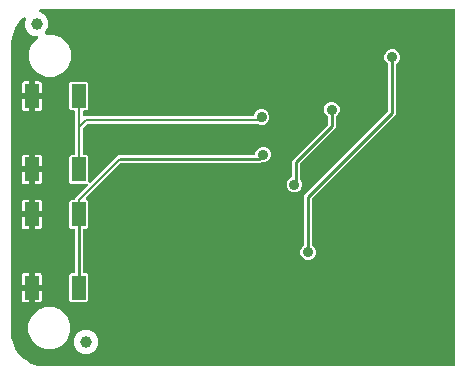
<source format=gbr>
G04 EAGLE Gerber RS-274X export*
G75*
%MOMM*%
%FSLAX34Y34*%
%LPD*%
%INTop Copper*%
%IPPOS*%
%AMOC8*
5,1,8,0,0,1.08239X$1,22.5*%
G01*
%ADD10C,1.000000*%
%ADD11R,1.200000X2.000000*%
%ADD12C,0.906400*%
%ADD13C,0.254000*%
%ADD14C,0.203200*%

G36*
X311308Y-20444D02*
X311308Y-20444D01*
X311427Y-20437D01*
X311465Y-20424D01*
X311506Y-20419D01*
X311616Y-20376D01*
X311729Y-20339D01*
X311764Y-20317D01*
X311801Y-20302D01*
X311897Y-20233D01*
X311998Y-20169D01*
X312026Y-20139D01*
X312059Y-20116D01*
X312135Y-20024D01*
X312216Y-19937D01*
X312236Y-19902D01*
X312261Y-19871D01*
X312312Y-19763D01*
X312370Y-19659D01*
X312380Y-19619D01*
X312397Y-19583D01*
X312419Y-19466D01*
X312449Y-19351D01*
X312453Y-19290D01*
X312457Y-19270D01*
X312455Y-19250D01*
X312459Y-19190D01*
X312459Y280530D01*
X312444Y280648D01*
X312437Y280767D01*
X312424Y280805D01*
X312419Y280846D01*
X312376Y280956D01*
X312339Y281069D01*
X312317Y281104D01*
X312302Y281141D01*
X312233Y281237D01*
X312169Y281338D01*
X312139Y281366D01*
X312116Y281399D01*
X312024Y281475D01*
X311937Y281556D01*
X311902Y281576D01*
X311871Y281601D01*
X311763Y281652D01*
X311659Y281710D01*
X311619Y281720D01*
X311583Y281737D01*
X311466Y281759D01*
X311351Y281789D01*
X311291Y281793D01*
X311271Y281797D01*
X311250Y281795D01*
X311190Y281799D01*
X-34250Y281799D01*
X-34272Y281797D01*
X-34350Y281795D01*
X-38642Y281458D01*
X-38736Y281438D01*
X-38832Y281428D01*
X-38891Y281406D01*
X-38953Y281393D01*
X-39040Y281351D01*
X-39130Y281317D01*
X-39182Y281281D01*
X-39239Y281253D01*
X-39312Y281191D01*
X-39391Y281136D01*
X-39433Y281088D01*
X-39481Y281047D01*
X-39536Y280968D01*
X-39599Y280895D01*
X-39627Y280838D01*
X-39664Y280787D01*
X-39698Y280697D01*
X-39741Y280611D01*
X-39754Y280548D01*
X-39776Y280489D01*
X-39787Y280394D01*
X-39807Y280299D01*
X-39804Y280236D01*
X-39811Y280173D01*
X-39798Y280078D01*
X-39794Y279982D01*
X-39776Y279921D01*
X-39767Y279858D01*
X-39730Y279769D01*
X-39702Y279677D01*
X-39670Y279623D01*
X-39645Y279564D01*
X-39588Y279487D01*
X-39538Y279405D01*
X-39493Y279360D01*
X-39455Y279310D01*
X-39380Y279250D01*
X-39311Y279182D01*
X-39222Y279123D01*
X-39207Y279111D01*
X-39197Y279106D01*
X-39177Y279093D01*
X-34549Y276421D01*
X-31869Y271780D01*
X-31869Y266420D01*
X-34355Y262115D01*
X-34407Y261992D01*
X-34463Y261873D01*
X-34468Y261846D01*
X-34478Y261821D01*
X-34498Y261690D01*
X-34523Y261560D01*
X-34521Y261534D01*
X-34525Y261507D01*
X-34511Y261375D01*
X-34503Y261243D01*
X-34495Y261217D01*
X-34492Y261191D01*
X-34446Y261066D01*
X-34405Y260941D01*
X-34390Y260918D01*
X-34381Y260892D01*
X-34306Y260784D01*
X-34235Y260672D01*
X-34215Y260653D01*
X-34200Y260631D01*
X-34100Y260545D01*
X-34003Y260454D01*
X-33979Y260441D01*
X-33959Y260423D01*
X-33840Y260364D01*
X-33725Y260300D01*
X-33699Y260294D01*
X-33674Y260282D01*
X-33545Y260254D01*
X-33417Y260221D01*
X-33379Y260219D01*
X-33363Y260215D01*
X-33341Y260216D01*
X-33256Y260211D01*
X-26903Y260211D01*
X-20368Y257504D01*
X-15366Y252502D01*
X-12659Y245967D01*
X-12659Y238893D01*
X-15366Y232358D01*
X-20368Y227356D01*
X-26903Y224649D01*
X-33977Y224649D01*
X-40512Y227356D01*
X-45514Y232358D01*
X-48221Y238893D01*
X-48221Y245967D01*
X-45514Y252502D01*
X-41083Y256933D01*
X-40998Y257042D01*
X-40909Y257149D01*
X-40901Y257168D01*
X-40888Y257184D01*
X-40833Y257312D01*
X-40774Y257437D01*
X-40770Y257457D01*
X-40762Y257476D01*
X-40740Y257614D01*
X-40714Y257750D01*
X-40715Y257770D01*
X-40712Y257790D01*
X-40725Y257929D01*
X-40734Y258067D01*
X-40740Y258086D01*
X-40742Y258106D01*
X-40789Y258238D01*
X-40832Y258369D01*
X-40843Y258387D01*
X-40849Y258406D01*
X-40928Y258521D01*
X-41002Y258638D01*
X-41017Y258652D01*
X-41028Y258669D01*
X-41132Y258761D01*
X-41234Y258856D01*
X-41251Y258866D01*
X-41266Y258879D01*
X-41391Y258943D01*
X-41512Y259010D01*
X-41532Y259015D01*
X-41550Y259024D01*
X-41686Y259054D01*
X-41820Y259089D01*
X-41848Y259091D01*
X-41860Y259094D01*
X-41881Y259093D01*
X-41981Y259099D01*
X-44550Y259099D01*
X-49191Y261779D01*
X-51871Y266420D01*
X-51871Y271780D01*
X-51189Y272960D01*
X-51168Y273009D01*
X-51140Y273054D01*
X-51107Y273155D01*
X-51066Y273254D01*
X-51058Y273306D01*
X-51042Y273357D01*
X-51035Y273463D01*
X-51019Y273568D01*
X-51025Y273621D01*
X-51021Y273674D01*
X-51041Y273779D01*
X-51052Y273884D01*
X-51071Y273934D01*
X-51081Y273987D01*
X-51126Y274083D01*
X-51163Y274183D01*
X-51193Y274226D01*
X-51216Y274274D01*
X-51284Y274357D01*
X-51345Y274444D01*
X-51385Y274479D01*
X-51419Y274520D01*
X-51505Y274582D01*
X-51585Y274652D01*
X-51633Y274675D01*
X-51676Y274707D01*
X-51775Y274746D01*
X-51870Y274793D01*
X-51922Y274805D01*
X-51971Y274824D01*
X-52077Y274838D01*
X-52181Y274860D01*
X-52234Y274858D01*
X-52287Y274864D01*
X-52392Y274851D01*
X-52499Y274847D01*
X-52550Y274831D01*
X-52602Y274825D01*
X-52702Y274786D01*
X-52803Y274755D01*
X-52849Y274728D01*
X-52898Y274708D01*
X-53034Y274622D01*
X-54753Y273373D01*
X-54839Y273292D01*
X-54931Y273217D01*
X-54969Y273170D01*
X-54984Y273156D01*
X-54995Y273138D01*
X-55033Y273093D01*
X-60172Y266021D01*
X-60229Y265916D01*
X-60292Y265816D01*
X-60315Y265760D01*
X-60325Y265742D01*
X-60330Y265722D01*
X-60352Y265667D01*
X-63053Y257353D01*
X-63066Y257285D01*
X-63089Y257220D01*
X-63111Y257060D01*
X-63455Y252690D01*
X-63454Y252668D01*
X-63459Y252590D01*
X-63459Y7000D01*
X-63457Y6978D01*
X-63455Y6900D01*
X-63133Y2803D01*
X-63119Y2736D01*
X-63115Y2667D01*
X-63075Y2511D01*
X-60543Y-5282D01*
X-60492Y-5390D01*
X-60449Y-5500D01*
X-60416Y-5551D01*
X-60407Y-5570D01*
X-60394Y-5586D01*
X-60362Y-5636D01*
X-55546Y-12265D01*
X-55465Y-12352D01*
X-55389Y-12443D01*
X-55342Y-12482D01*
X-55328Y-12497D01*
X-55311Y-12508D01*
X-55265Y-12546D01*
X-48636Y-17362D01*
X-48532Y-17420D01*
X-48432Y-17483D01*
X-48375Y-17506D01*
X-48357Y-17516D01*
X-48338Y-17521D01*
X-48282Y-17543D01*
X-40489Y-20075D01*
X-40421Y-20088D01*
X-40356Y-20110D01*
X-40197Y-20133D01*
X-36100Y-20455D01*
X-36078Y-20454D01*
X-36000Y-20459D01*
X311190Y-20459D01*
X311308Y-20444D01*
G37*
%LPC*%
G36*
X-12842Y33967D02*
X-12842Y33967D01*
X-14033Y35158D01*
X-14033Y56842D01*
X-12842Y58033D01*
X-10572Y58033D01*
X-10454Y58048D01*
X-10335Y58055D01*
X-10297Y58068D01*
X-10256Y58073D01*
X-10146Y58116D01*
X-10033Y58153D01*
X-9998Y58175D01*
X-9961Y58190D01*
X-9865Y58259D01*
X-9764Y58323D01*
X-9736Y58353D01*
X-9703Y58376D01*
X-9627Y58468D01*
X-9546Y58555D01*
X-9526Y58590D01*
X-9501Y58621D01*
X-9450Y58729D01*
X-9392Y58833D01*
X-9382Y58873D01*
X-9365Y58909D01*
X-9343Y59026D01*
X-9313Y59141D01*
X-9309Y59201D01*
X-9305Y59221D01*
X-9307Y59242D01*
X-9303Y59302D01*
X-9303Y94698D01*
X-9318Y94816D01*
X-9325Y94935D01*
X-9338Y94973D01*
X-9343Y95014D01*
X-9386Y95124D01*
X-9423Y95237D01*
X-9445Y95272D01*
X-9460Y95309D01*
X-9529Y95405D01*
X-9593Y95506D01*
X-9623Y95534D01*
X-9646Y95567D01*
X-9738Y95643D01*
X-9825Y95724D01*
X-9860Y95744D01*
X-9891Y95769D01*
X-9999Y95820D01*
X-10103Y95878D01*
X-10143Y95888D01*
X-10179Y95905D01*
X-10296Y95927D01*
X-10411Y95957D01*
X-10471Y95961D01*
X-10491Y95965D01*
X-10512Y95963D01*
X-10572Y95967D01*
X-12842Y95967D01*
X-14033Y97158D01*
X-14033Y118842D01*
X-12842Y120033D01*
X-10318Y120033D01*
X-10200Y120048D01*
X-10081Y120055D01*
X-10043Y120068D01*
X-10002Y120073D01*
X-9892Y120116D01*
X-9779Y120153D01*
X-9744Y120175D01*
X-9707Y120190D01*
X-9611Y120259D01*
X-9510Y120323D01*
X-9482Y120353D01*
X-9449Y120376D01*
X-9373Y120468D01*
X-9292Y120555D01*
X-9272Y120590D01*
X-9247Y120621D01*
X-9196Y120729D01*
X-9138Y120833D01*
X-9128Y120873D01*
X-9111Y120909D01*
X-9089Y121026D01*
X-9059Y121141D01*
X-9055Y121201D01*
X-9051Y121221D01*
X-9053Y121242D01*
X-9049Y121302D01*
X-9049Y121653D01*
X1099Y131801D01*
X1184Y131910D01*
X1273Y132017D01*
X1281Y132036D01*
X1294Y132052D01*
X1349Y132180D01*
X1408Y132305D01*
X1412Y132325D01*
X1420Y132344D01*
X1442Y132482D01*
X1468Y132618D01*
X1467Y132638D01*
X1470Y132658D01*
X1457Y132797D01*
X1448Y132935D01*
X1442Y132954D01*
X1440Y132974D01*
X1393Y133106D01*
X1350Y133237D01*
X1340Y133255D01*
X1333Y133274D01*
X1255Y133389D01*
X1180Y133506D01*
X1165Y133520D01*
X1154Y133537D01*
X1050Y133629D01*
X949Y133724D01*
X931Y133734D01*
X916Y133747D01*
X792Y133810D01*
X670Y133878D01*
X651Y133883D01*
X632Y133892D01*
X497Y133922D01*
X362Y133957D01*
X334Y133959D01*
X322Y133962D01*
X302Y133961D01*
X201Y133967D01*
X-12842Y133967D01*
X-14033Y135158D01*
X-14033Y156842D01*
X-12842Y158033D01*
X-10318Y158033D01*
X-10200Y158048D01*
X-10081Y158055D01*
X-10043Y158068D01*
X-10002Y158073D01*
X-9892Y158116D01*
X-9779Y158153D01*
X-9744Y158175D01*
X-9707Y158190D01*
X-9611Y158259D01*
X-9510Y158323D01*
X-9482Y158353D01*
X-9449Y158376D01*
X-9373Y158468D01*
X-9292Y158555D01*
X-9272Y158590D01*
X-9247Y158621D01*
X-9196Y158729D01*
X-9138Y158833D01*
X-9128Y158873D01*
X-9111Y158909D01*
X-9089Y159026D01*
X-9059Y159141D01*
X-9055Y159201D01*
X-9051Y159221D01*
X-9053Y159242D01*
X-9049Y159302D01*
X-9049Y194698D01*
X-9064Y194816D01*
X-9071Y194935D01*
X-9084Y194973D01*
X-9089Y195014D01*
X-9132Y195124D01*
X-9169Y195237D01*
X-9191Y195272D01*
X-9206Y195309D01*
X-9275Y195405D01*
X-9339Y195506D01*
X-9369Y195534D01*
X-9392Y195567D01*
X-9484Y195643D01*
X-9571Y195724D01*
X-9606Y195744D01*
X-9637Y195769D01*
X-9745Y195820D01*
X-9849Y195878D01*
X-9889Y195888D01*
X-9925Y195905D01*
X-10042Y195927D01*
X-10157Y195957D01*
X-10217Y195961D01*
X-10237Y195965D01*
X-10258Y195963D01*
X-10318Y195967D01*
X-12842Y195967D01*
X-14033Y197158D01*
X-14033Y218842D01*
X-12842Y220033D01*
X842Y220033D01*
X2033Y218842D01*
X2033Y197158D01*
X842Y195967D01*
X-1682Y195967D01*
X-1800Y195952D01*
X-1919Y195945D01*
X-1957Y195932D01*
X-1998Y195927D01*
X-2108Y195884D01*
X-2221Y195847D01*
X-2256Y195825D01*
X-2293Y195810D01*
X-2389Y195741D01*
X-2490Y195677D01*
X-2518Y195647D01*
X-2551Y195624D01*
X-2627Y195532D01*
X-2708Y195445D01*
X-2728Y195410D01*
X-2753Y195379D01*
X-2804Y195271D01*
X-2862Y195167D01*
X-2872Y195127D01*
X-2889Y195091D01*
X-2911Y194974D01*
X-2941Y194859D01*
X-2945Y194799D01*
X-2949Y194779D01*
X-2947Y194758D01*
X-2951Y194698D01*
X-2951Y192138D01*
X-2936Y192020D01*
X-2929Y191901D01*
X-2916Y191863D01*
X-2911Y191822D01*
X-2868Y191712D01*
X-2831Y191599D01*
X-2809Y191564D01*
X-2794Y191527D01*
X-2725Y191431D01*
X-2661Y191330D01*
X-2631Y191302D01*
X-2608Y191269D01*
X-2516Y191193D01*
X-2429Y191112D01*
X-2394Y191092D01*
X-2363Y191067D01*
X-2255Y191016D01*
X-2151Y190958D01*
X-2111Y190948D01*
X-2075Y190931D01*
X-1958Y190909D01*
X-1843Y190879D01*
X-1783Y190875D01*
X-1763Y190871D01*
X-1742Y190873D01*
X-1682Y190869D01*
X140887Y190869D01*
X140916Y190872D01*
X140946Y190870D01*
X141074Y190892D01*
X141203Y190909D01*
X141230Y190919D01*
X141259Y190924D01*
X141378Y190978D01*
X141498Y191026D01*
X141522Y191043D01*
X141549Y191055D01*
X141650Y191136D01*
X141756Y191212D01*
X141774Y191235D01*
X141797Y191254D01*
X141875Y191357D01*
X141958Y191457D01*
X141971Y191484D01*
X141989Y191508D01*
X142060Y191652D01*
X143065Y194079D01*
X144911Y195925D01*
X147324Y196925D01*
X149936Y196925D01*
X152349Y195925D01*
X154195Y194079D01*
X155195Y191666D01*
X155195Y189054D01*
X154195Y186641D01*
X152349Y184795D01*
X149936Y183795D01*
X147324Y183795D01*
X145814Y184421D01*
X145805Y184423D01*
X145797Y184428D01*
X145652Y184465D01*
X145508Y184505D01*
X145498Y184505D01*
X145489Y184507D01*
X145329Y184517D01*
X144701Y184517D01*
X144689Y184528D01*
X144636Y184557D01*
X144589Y184594D01*
X144498Y184634D01*
X144411Y184682D01*
X144352Y184697D01*
X144297Y184721D01*
X144199Y184736D01*
X144103Y184761D01*
X144003Y184767D01*
X143983Y184771D01*
X143970Y184769D01*
X143942Y184771D01*
X1609Y184771D01*
X1510Y184759D01*
X1411Y184756D01*
X1353Y184739D01*
X1293Y184731D01*
X1201Y184695D01*
X1106Y184667D01*
X1054Y184637D01*
X997Y184614D01*
X917Y184556D01*
X832Y184506D01*
X757Y184440D01*
X740Y184428D01*
X732Y184418D01*
X711Y184400D01*
X-2580Y181109D01*
X-2640Y181031D01*
X-2708Y180959D01*
X-2737Y180906D01*
X-2774Y180858D01*
X-2814Y180767D01*
X-2862Y180680D01*
X-2877Y180621D01*
X-2901Y180566D01*
X-2916Y180468D01*
X-2941Y180372D01*
X-2947Y180272D01*
X-2951Y180252D01*
X-2949Y180239D01*
X-2951Y180211D01*
X-2951Y159302D01*
X-2936Y159184D01*
X-2929Y159065D01*
X-2916Y159027D01*
X-2911Y158986D01*
X-2868Y158876D01*
X-2831Y158763D01*
X-2809Y158728D01*
X-2794Y158691D01*
X-2725Y158595D01*
X-2661Y158494D01*
X-2631Y158466D01*
X-2608Y158433D01*
X-2516Y158357D01*
X-2429Y158276D01*
X-2394Y158256D01*
X-2363Y158231D01*
X-2255Y158180D01*
X-2151Y158122D01*
X-2111Y158112D01*
X-2075Y158095D01*
X-1958Y158073D01*
X-1843Y158043D01*
X-1783Y158039D01*
X-1763Y158035D01*
X-1742Y158037D01*
X-1682Y158033D01*
X842Y158033D01*
X2033Y156842D01*
X2033Y135799D01*
X2050Y135661D01*
X2063Y135522D01*
X2070Y135503D01*
X2073Y135483D01*
X2124Y135354D01*
X2171Y135223D01*
X2182Y135206D01*
X2190Y135187D01*
X2271Y135075D01*
X2349Y134960D01*
X2365Y134946D01*
X2376Y134930D01*
X2484Y134841D01*
X2588Y134749D01*
X2606Y134740D01*
X2621Y134727D01*
X2747Y134668D01*
X2871Y134605D01*
X2891Y134600D01*
X2909Y134592D01*
X3045Y134566D01*
X3181Y134535D01*
X3202Y134536D01*
X3221Y134532D01*
X3360Y134540D01*
X3499Y134545D01*
X3519Y134550D01*
X3539Y134552D01*
X3671Y134594D01*
X3805Y134633D01*
X3822Y134643D01*
X3841Y134650D01*
X3959Y134724D01*
X4079Y134795D01*
X4100Y134813D01*
X4110Y134820D01*
X4124Y134835D01*
X4199Y134901D01*
X24736Y155437D01*
X24796Y155515D01*
X24864Y155587D01*
X24893Y155640D01*
X24930Y155688D01*
X24970Y155779D01*
X25018Y155866D01*
X25033Y155925D01*
X25057Y155980D01*
X25072Y156078D01*
X25091Y156152D01*
X27042Y158103D01*
X142066Y158103D01*
X142184Y158118D01*
X142303Y158125D01*
X142341Y158138D01*
X142382Y158143D01*
X142492Y158186D01*
X142605Y158223D01*
X142640Y158245D01*
X142677Y158260D01*
X142773Y158329D01*
X142874Y158393D01*
X142902Y158423D01*
X142935Y158446D01*
X143011Y158538D01*
X143092Y158625D01*
X143112Y158660D01*
X143137Y158691D01*
X143188Y158799D01*
X143246Y158903D01*
X143256Y158943D01*
X143273Y158979D01*
X143295Y159096D01*
X143325Y159211D01*
X143329Y159271D01*
X143333Y159291D01*
X143331Y159312D01*
X143335Y159372D01*
X143335Y159916D01*
X144335Y162329D01*
X146181Y164175D01*
X148594Y165175D01*
X151206Y165175D01*
X153619Y164175D01*
X155465Y162329D01*
X156465Y159916D01*
X156465Y157304D01*
X155465Y154891D01*
X153619Y153045D01*
X151206Y152045D01*
X148532Y152045D01*
X148433Y152033D01*
X148335Y152030D01*
X148276Y152013D01*
X148216Y152005D01*
X148124Y151969D01*
X148029Y151941D01*
X147977Y151911D01*
X147921Y151888D01*
X147840Y151830D01*
X147755Y151780D01*
X147680Y151714D01*
X147663Y151702D01*
X147655Y151692D01*
X147634Y151673D01*
X147458Y151497D01*
X29945Y151497D01*
X29846Y151485D01*
X29747Y151482D01*
X29689Y151465D01*
X29629Y151457D01*
X29537Y151421D01*
X29442Y151393D01*
X29390Y151363D01*
X29333Y151340D01*
X29253Y151282D01*
X29168Y151232D01*
X29093Y151166D01*
X29076Y151154D01*
X29068Y151144D01*
X29047Y151126D01*
X121Y122199D01*
X36Y122090D01*
X-53Y121983D01*
X-62Y121964D01*
X-74Y121948D01*
X-129Y121820D01*
X-188Y121695D01*
X-192Y121675D01*
X-200Y121656D01*
X-222Y121518D01*
X-248Y121382D01*
X-247Y121362D01*
X-250Y121342D01*
X-237Y121203D01*
X-228Y121065D01*
X-222Y121046D01*
X-220Y121026D01*
X-173Y120894D01*
X-130Y120763D01*
X-120Y120745D01*
X-113Y120726D01*
X-35Y120611D01*
X40Y120494D01*
X55Y120480D01*
X66Y120463D01*
X170Y120371D01*
X271Y120276D01*
X289Y120266D01*
X304Y120253D01*
X428Y120189D01*
X550Y120122D01*
X569Y120117D01*
X588Y120108D01*
X723Y120078D01*
X823Y120052D01*
X2033Y118842D01*
X2033Y97158D01*
X842Y95967D01*
X-1428Y95967D01*
X-1546Y95952D01*
X-1665Y95945D01*
X-1703Y95932D01*
X-1744Y95927D01*
X-1854Y95884D01*
X-1967Y95847D01*
X-2002Y95825D01*
X-2039Y95810D01*
X-2135Y95741D01*
X-2236Y95677D01*
X-2264Y95647D01*
X-2297Y95624D01*
X-2373Y95532D01*
X-2454Y95445D01*
X-2474Y95410D01*
X-2499Y95379D01*
X-2550Y95271D01*
X-2608Y95167D01*
X-2618Y95127D01*
X-2635Y95091D01*
X-2657Y94974D01*
X-2687Y94859D01*
X-2691Y94799D01*
X-2695Y94779D01*
X-2693Y94758D01*
X-2697Y94698D01*
X-2697Y59302D01*
X-2682Y59184D01*
X-2675Y59065D01*
X-2662Y59027D01*
X-2657Y58986D01*
X-2614Y58876D01*
X-2577Y58763D01*
X-2555Y58728D01*
X-2540Y58691D01*
X-2471Y58595D01*
X-2407Y58494D01*
X-2377Y58466D01*
X-2354Y58433D01*
X-2262Y58357D01*
X-2175Y58276D01*
X-2140Y58256D01*
X-2109Y58231D01*
X-2001Y58180D01*
X-1897Y58122D01*
X-1857Y58112D01*
X-1821Y58095D01*
X-1704Y58073D01*
X-1589Y58043D01*
X-1529Y58039D01*
X-1509Y58035D01*
X-1488Y58037D01*
X-1428Y58033D01*
X842Y58033D01*
X2033Y56842D01*
X2033Y35158D01*
X842Y33967D01*
X-12842Y33967D01*
G37*
%LPD*%
%LPC*%
G36*
X186694Y69495D02*
X186694Y69495D01*
X184281Y70495D01*
X182435Y72341D01*
X181435Y74754D01*
X181435Y77366D01*
X182435Y79779D01*
X184326Y81669D01*
X184386Y81748D01*
X184454Y81820D01*
X184483Y81873D01*
X184520Y81921D01*
X184560Y82012D01*
X184608Y82098D01*
X184623Y82157D01*
X184647Y82213D01*
X184662Y82311D01*
X184687Y82406D01*
X184693Y82506D01*
X184697Y82527D01*
X184695Y82539D01*
X184697Y82567D01*
X184697Y124418D01*
X255446Y195166D01*
X255506Y195245D01*
X255574Y195317D01*
X255603Y195370D01*
X255640Y195418D01*
X255680Y195509D01*
X255728Y195595D01*
X255743Y195654D01*
X255767Y195709D01*
X255782Y195807D01*
X255807Y195903D01*
X255813Y196003D01*
X255817Y196024D01*
X255815Y196036D01*
X255817Y196064D01*
X255817Y234653D01*
X255805Y234751D01*
X255802Y234850D01*
X255785Y234908D01*
X255777Y234969D01*
X255741Y235061D01*
X255713Y235156D01*
X255693Y235191D01*
X255690Y235199D01*
X255680Y235216D01*
X255660Y235264D01*
X255602Y235344D01*
X255552Y235430D01*
X255524Y235461D01*
X255520Y235468D01*
X255510Y235478D01*
X255486Y235505D01*
X255474Y235522D01*
X255464Y235529D01*
X255446Y235551D01*
X253555Y237441D01*
X252555Y239854D01*
X252555Y242466D01*
X253555Y244879D01*
X255401Y246725D01*
X257814Y247725D01*
X260426Y247725D01*
X262839Y246725D01*
X264685Y244879D01*
X265685Y242466D01*
X265685Y239854D01*
X264685Y237441D01*
X262794Y235551D01*
X262734Y235472D01*
X262666Y235400D01*
X262644Y235360D01*
X262628Y235341D01*
X262621Y235327D01*
X262600Y235299D01*
X262560Y235208D01*
X262512Y235122D01*
X262498Y235065D01*
X262492Y235053D01*
X262491Y235050D01*
X262473Y235007D01*
X262458Y234909D01*
X262433Y234814D01*
X262427Y234714D01*
X262423Y234693D01*
X262425Y234681D01*
X262423Y234653D01*
X262423Y192802D01*
X191674Y122054D01*
X191614Y121975D01*
X191546Y121903D01*
X191517Y121850D01*
X191480Y121802D01*
X191440Y121711D01*
X191392Y121625D01*
X191377Y121566D01*
X191353Y121511D01*
X191338Y121413D01*
X191313Y121317D01*
X191307Y121217D01*
X191303Y121196D01*
X191305Y121184D01*
X191303Y121156D01*
X191303Y82567D01*
X191315Y82469D01*
X191318Y82370D01*
X191335Y82312D01*
X191343Y82251D01*
X191379Y82159D01*
X191407Y82064D01*
X191437Y82012D01*
X191460Y81956D01*
X191518Y81876D01*
X191568Y81790D01*
X191634Y81715D01*
X191646Y81698D01*
X191656Y81691D01*
X191674Y81669D01*
X193565Y79779D01*
X194565Y77366D01*
X194565Y74754D01*
X193565Y72341D01*
X191719Y70495D01*
X189306Y69495D01*
X186694Y69495D01*
G37*
%LPD*%
%LPC*%
G36*
X-34537Y-5781D02*
X-34537Y-5781D01*
X-41072Y-3074D01*
X-46074Y1928D01*
X-48781Y8463D01*
X-48781Y15537D01*
X-46074Y22072D01*
X-41072Y27074D01*
X-34537Y29781D01*
X-27463Y29781D01*
X-20928Y27074D01*
X-15926Y22072D01*
X-13219Y15537D01*
X-13219Y8463D01*
X-15926Y1928D01*
X-20928Y-3074D01*
X-27463Y-5781D01*
X-34537Y-5781D01*
G37*
%LPD*%
%LPC*%
G36*
X175050Y126645D02*
X175050Y126645D01*
X172637Y127645D01*
X170791Y129491D01*
X169791Y131904D01*
X169791Y134516D01*
X170791Y136929D01*
X172637Y138775D01*
X173540Y139149D01*
X173565Y139164D01*
X173593Y139173D01*
X173703Y139242D01*
X173816Y139307D01*
X173837Y139327D01*
X173862Y139343D01*
X173951Y139438D01*
X174044Y139528D01*
X174060Y139553D01*
X174080Y139575D01*
X174143Y139688D01*
X174211Y139799D01*
X174219Y139827D01*
X174234Y139853D01*
X174266Y139979D01*
X174304Y140103D01*
X174306Y140132D01*
X174313Y140161D01*
X174323Y140322D01*
X174323Y153530D01*
X204470Y183677D01*
X204531Y183755D01*
X204599Y183827D01*
X204628Y183880D01*
X204665Y183928D01*
X204704Y184019D01*
X204752Y184105D01*
X204767Y184164D01*
X204791Y184220D01*
X204807Y184318D01*
X204832Y184413D01*
X204838Y184513D01*
X204841Y184534D01*
X204840Y184546D01*
X204842Y184574D01*
X204842Y190028D01*
X204829Y190126D01*
X204826Y190225D01*
X204810Y190283D01*
X204802Y190343D01*
X204765Y190435D01*
X204738Y190530D01*
X204707Y190582D01*
X204685Y190639D01*
X204627Y190719D01*
X204576Y190804D01*
X204510Y190880D01*
X204498Y190896D01*
X204489Y190904D01*
X204470Y190925D01*
X202579Y192816D01*
X201580Y195229D01*
X201580Y197840D01*
X202579Y200253D01*
X204426Y202100D01*
X206839Y203099D01*
X209450Y203099D01*
X211863Y202100D01*
X213710Y200253D01*
X214709Y197840D01*
X214709Y195229D01*
X213710Y192816D01*
X211819Y190925D01*
X211758Y190847D01*
X211690Y190775D01*
X211661Y190722D01*
X211624Y190674D01*
X211585Y190583D01*
X211537Y190496D01*
X211522Y190438D01*
X211498Y190382D01*
X211482Y190284D01*
X211457Y190188D01*
X211451Y190088D01*
X211448Y190068D01*
X211449Y190056D01*
X211447Y190028D01*
X211447Y181312D01*
X181300Y151166D01*
X181240Y151087D01*
X181172Y151015D01*
X181143Y150962D01*
X181106Y150914D01*
X181066Y150823D01*
X181018Y150737D01*
X181003Y150678D01*
X180979Y150622D01*
X180964Y150524D01*
X180939Y150429D01*
X180933Y150329D01*
X180929Y150308D01*
X180931Y150296D01*
X180929Y150268D01*
X180929Y138447D01*
X180941Y138349D01*
X180944Y138250D01*
X180961Y138192D01*
X180969Y138131D01*
X181005Y138039D01*
X181033Y137944D01*
X181063Y137892D01*
X181086Y137836D01*
X181144Y137756D01*
X181194Y137670D01*
X181260Y137595D01*
X181272Y137578D01*
X181282Y137571D01*
X181300Y137549D01*
X181921Y136929D01*
X182921Y134516D01*
X182921Y131904D01*
X181921Y129491D01*
X180075Y127645D01*
X177662Y126645D01*
X175050Y126645D01*
G37*
%LPD*%
%LPC*%
G36*
X-2640Y-10141D02*
X-2640Y-10141D01*
X-7281Y-7461D01*
X-9961Y-2820D01*
X-9961Y2540D01*
X-7281Y7181D01*
X-2640Y9861D01*
X2720Y9861D01*
X7361Y7181D01*
X10041Y2540D01*
X10041Y-2820D01*
X7361Y-7461D01*
X2720Y-10141D01*
X-2640Y-10141D01*
G37*
%LPD*%
%LPC*%
G36*
X-54541Y210539D02*
X-54541Y210539D01*
X-54541Y218334D01*
X-54368Y218981D01*
X-54033Y219560D01*
X-53560Y220033D01*
X-52981Y220368D01*
X-52334Y220541D01*
X-48539Y220541D01*
X-48539Y210539D01*
X-54541Y210539D01*
G37*
%LPD*%
%LPC*%
G36*
X-54541Y148539D02*
X-54541Y148539D01*
X-54541Y156334D01*
X-54368Y156981D01*
X-54033Y157560D01*
X-53560Y158033D01*
X-52981Y158368D01*
X-52334Y158541D01*
X-48539Y158541D01*
X-48539Y148539D01*
X-54541Y148539D01*
G37*
%LPD*%
%LPC*%
G36*
X-54541Y110539D02*
X-54541Y110539D01*
X-54541Y118334D01*
X-54368Y118981D01*
X-54033Y119560D01*
X-53560Y120033D01*
X-52981Y120368D01*
X-52334Y120541D01*
X-48539Y120541D01*
X-48539Y110539D01*
X-54541Y110539D01*
G37*
%LPD*%
%LPC*%
G36*
X-54541Y48539D02*
X-54541Y48539D01*
X-54541Y56334D01*
X-54368Y56981D01*
X-54033Y57560D01*
X-53560Y58033D01*
X-52981Y58368D01*
X-52334Y58541D01*
X-48539Y58541D01*
X-48539Y48539D01*
X-54541Y48539D01*
G37*
%LPD*%
%LPC*%
G36*
X-52334Y195459D02*
X-52334Y195459D01*
X-52981Y195632D01*
X-53560Y195967D01*
X-54033Y196440D01*
X-54368Y197019D01*
X-54541Y197666D01*
X-54541Y205461D01*
X-48539Y205461D01*
X-48539Y195459D01*
X-52334Y195459D01*
G37*
%LPD*%
%LPC*%
G36*
X-52334Y133459D02*
X-52334Y133459D01*
X-52981Y133632D01*
X-53560Y133967D01*
X-54033Y134440D01*
X-54368Y135019D01*
X-54541Y135666D01*
X-54541Y143461D01*
X-48539Y143461D01*
X-48539Y133459D01*
X-52334Y133459D01*
G37*
%LPD*%
%LPC*%
G36*
X-52334Y95459D02*
X-52334Y95459D01*
X-52981Y95632D01*
X-53560Y95967D01*
X-54033Y96440D01*
X-54368Y97019D01*
X-54541Y97666D01*
X-54541Y105461D01*
X-48539Y105461D01*
X-48539Y95459D01*
X-52334Y95459D01*
G37*
%LPD*%
%LPC*%
G36*
X-52334Y33459D02*
X-52334Y33459D01*
X-52981Y33632D01*
X-53560Y33967D01*
X-54033Y34440D01*
X-54368Y35019D01*
X-54541Y35666D01*
X-54541Y43461D01*
X-48539Y43461D01*
X-48539Y33459D01*
X-52334Y33459D01*
G37*
%LPD*%
%LPC*%
G36*
X-43461Y210539D02*
X-43461Y210539D01*
X-43461Y220541D01*
X-39666Y220541D01*
X-39019Y220368D01*
X-38440Y220033D01*
X-37967Y219560D01*
X-37632Y218981D01*
X-37459Y218334D01*
X-37459Y210539D01*
X-43461Y210539D01*
G37*
%LPD*%
%LPC*%
G36*
X-43461Y148539D02*
X-43461Y148539D01*
X-43461Y158541D01*
X-39666Y158541D01*
X-39019Y158368D01*
X-38440Y158033D01*
X-37967Y157560D01*
X-37632Y156981D01*
X-37459Y156334D01*
X-37459Y148539D01*
X-43461Y148539D01*
G37*
%LPD*%
%LPC*%
G36*
X-43461Y110539D02*
X-43461Y110539D01*
X-43461Y120541D01*
X-39666Y120541D01*
X-39019Y120368D01*
X-38440Y120033D01*
X-37967Y119560D01*
X-37632Y118981D01*
X-37459Y118334D01*
X-37459Y110539D01*
X-43461Y110539D01*
G37*
%LPD*%
%LPC*%
G36*
X-43461Y48539D02*
X-43461Y48539D01*
X-43461Y58541D01*
X-39666Y58541D01*
X-39019Y58368D01*
X-38440Y58033D01*
X-37967Y57560D01*
X-37632Y56981D01*
X-37459Y56334D01*
X-37459Y48539D01*
X-43461Y48539D01*
G37*
%LPD*%
%LPC*%
G36*
X-43461Y195459D02*
X-43461Y195459D01*
X-43461Y205461D01*
X-37459Y205461D01*
X-37459Y197666D01*
X-37632Y197019D01*
X-37967Y196440D01*
X-38440Y195967D01*
X-39019Y195632D01*
X-39666Y195459D01*
X-43461Y195459D01*
G37*
%LPD*%
%LPC*%
G36*
X-43461Y133459D02*
X-43461Y133459D01*
X-43461Y143461D01*
X-37459Y143461D01*
X-37459Y135666D01*
X-37632Y135019D01*
X-37967Y134440D01*
X-38440Y133967D01*
X-39019Y133632D01*
X-39666Y133459D01*
X-43461Y133459D01*
G37*
%LPD*%
%LPC*%
G36*
X-43461Y95459D02*
X-43461Y95459D01*
X-43461Y105461D01*
X-37459Y105461D01*
X-37459Y97666D01*
X-37632Y97019D01*
X-37967Y96440D01*
X-38440Y95967D01*
X-39019Y95632D01*
X-39666Y95459D01*
X-43461Y95459D01*
G37*
%LPD*%
%LPC*%
G36*
X-43461Y33459D02*
X-43461Y33459D01*
X-43461Y43461D01*
X-37459Y43461D01*
X-37459Y35666D01*
X-37632Y35019D01*
X-37967Y34440D01*
X-38440Y33967D01*
X-39019Y33632D01*
X-39666Y33459D01*
X-43461Y33459D01*
G37*
%LPD*%
%LPC*%
G36*
X-46001Y207999D02*
X-46001Y207999D01*
X-46001Y208001D01*
X-45999Y208001D01*
X-45999Y207999D01*
X-46001Y207999D01*
G37*
%LPD*%
%LPC*%
G36*
X-46001Y145999D02*
X-46001Y145999D01*
X-46001Y146001D01*
X-45999Y146001D01*
X-45999Y145999D01*
X-46001Y145999D01*
G37*
%LPD*%
%LPC*%
G36*
X-46001Y107999D02*
X-46001Y107999D01*
X-46001Y108001D01*
X-45999Y108001D01*
X-45999Y107999D01*
X-46001Y107999D01*
G37*
%LPD*%
%LPC*%
G36*
X-46001Y45999D02*
X-46001Y45999D01*
X-46001Y46001D01*
X-45999Y46001D01*
X-45999Y45999D01*
X-46001Y45999D01*
G37*
%LPD*%
D10*
X-41870Y269100D03*
X40Y-140D03*
D11*
X-46000Y146000D03*
X-46000Y208000D03*
X-6000Y208000D03*
X-6000Y146000D03*
X-46000Y46000D03*
X-46000Y108000D03*
X-6000Y108000D03*
X-6000Y46000D03*
D12*
X58460Y116700D03*
X59730Y51930D03*
X133390Y123050D03*
X229910Y119240D03*
X204510Y119240D03*
X92750Y173850D03*
X259120Y144640D03*
X132120Y242430D03*
X246420Y242430D03*
X188000Y76060D03*
D13*
X188000Y123050D01*
X259120Y194170D01*
D12*
X259120Y241160D03*
D13*
X259120Y194170D01*
D12*
X176356Y133210D03*
D13*
X177626Y134480D02*
X177626Y152162D01*
X177626Y134480D02*
X176356Y133210D01*
X177626Y152162D02*
X208145Y182680D01*
D12*
X208145Y196535D03*
D13*
X208145Y182680D01*
X-6000Y108000D02*
X-6000Y46000D01*
D12*
X149900Y158610D03*
D13*
X146090Y154800D01*
X28410Y154800D01*
D14*
X-6000Y120390D01*
X-6000Y108000D01*
D12*
X148630Y190360D03*
D13*
X146090Y187820D01*
D14*
X-6000Y182000D02*
X-6000Y208000D01*
X-6000Y182000D02*
X-6000Y146000D01*
X-6000Y182000D02*
X-180Y187820D01*
X146090Y187820D01*
M02*

</source>
